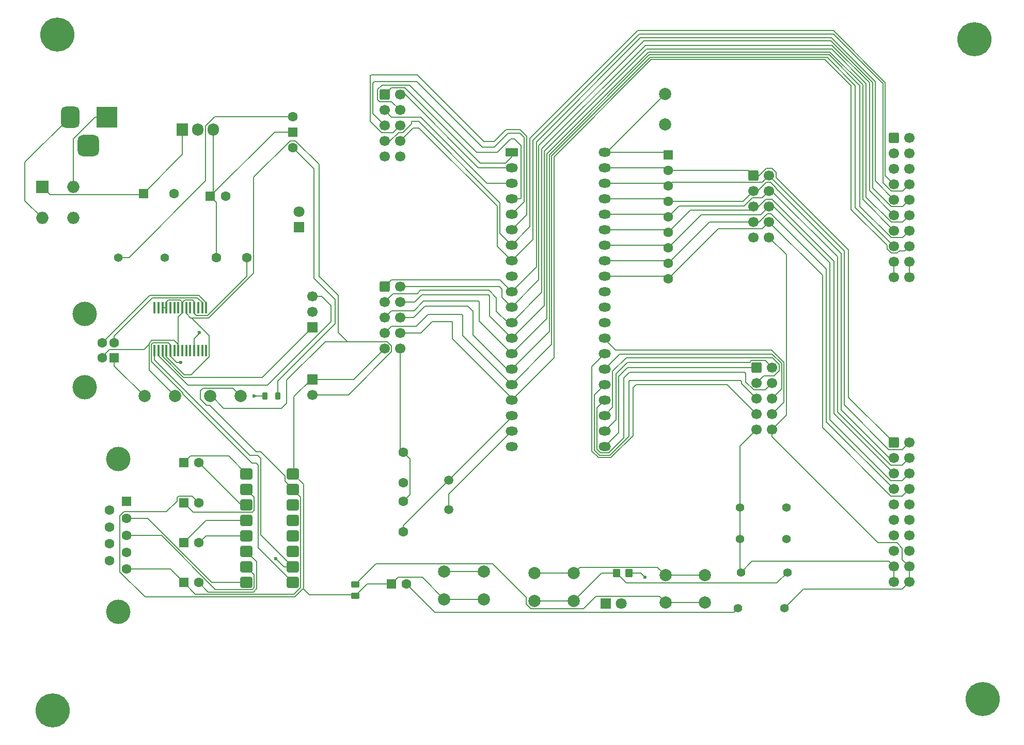
<source format=gbr>
%TF.GenerationSoftware,KiCad,Pcbnew,9.0.7*%
%TF.CreationDate,2026-01-07T21:02:37+05:30*%
%TF.ProjectId,PCB Design,50434220-4465-4736-9967-6e2e6b696361,rev?*%
%TF.SameCoordinates,Original*%
%TF.FileFunction,Copper,L1,Top*%
%TF.FilePolarity,Positive*%
%FSLAX46Y46*%
G04 Gerber Fmt 4.6, Leading zero omitted, Abs format (unit mm)*
G04 Created by KiCad (PCBNEW 9.0.7) date 2026-01-07 21:02:37*
%MOMM*%
%LPD*%
G01*
G04 APERTURE LIST*
G04 Aperture macros list*
%AMRoundRect*
0 Rectangle with rounded corners*
0 $1 Rounding radius*
0 $2 $3 $4 $5 $6 $7 $8 $9 X,Y pos of 4 corners*
0 Add a 4 corners polygon primitive as box body*
4,1,4,$2,$3,$4,$5,$6,$7,$8,$9,$2,$3,0*
0 Add four circle primitives for the rounded corners*
1,1,$1+$1,$2,$3*
1,1,$1+$1,$4,$5*
1,1,$1+$1,$6,$7*
1,1,$1+$1,$8,$9*
0 Add four rect primitives between the rounded corners*
20,1,$1+$1,$2,$3,$4,$5,0*
20,1,$1+$1,$4,$5,$6,$7,0*
20,1,$1+$1,$6,$7,$8,$9,0*
20,1,$1+$1,$8,$9,$2,$3,0*%
G04 Aperture macros list end*
%TA.AperFunction,ComponentPad*%
%ADD10R,1.905000X2.000000*%
%TD*%
%TA.AperFunction,ComponentPad*%
%ADD11O,1.905000X2.000000*%
%TD*%
%TA.AperFunction,ComponentPad*%
%ADD12RoundRect,0.250000X-0.550000X-0.550000X0.550000X-0.550000X0.550000X0.550000X-0.550000X0.550000X0*%
%TD*%
%TA.AperFunction,ComponentPad*%
%ADD13C,1.600000*%
%TD*%
%TA.AperFunction,ComponentPad*%
%ADD14RoundRect,0.250000X-0.600000X-0.600000X0.600000X-0.600000X0.600000X0.600000X-0.600000X0.600000X0*%
%TD*%
%TA.AperFunction,ComponentPad*%
%ADD15C,1.700000*%
%TD*%
%TA.AperFunction,ComponentPad*%
%ADD16R,1.700000X1.700000*%
%TD*%
%TA.AperFunction,ComponentPad*%
%ADD17C,2.000000*%
%TD*%
%TA.AperFunction,ComponentPad*%
%ADD18O,2.000000X1.440000*%
%TD*%
%TA.AperFunction,ComponentPad*%
%ADD19R,2.000000X1.440000*%
%TD*%
%TA.AperFunction,ComponentPad*%
%ADD20R,1.500000X1.500000*%
%TD*%
%TA.AperFunction,ComponentPad*%
%ADD21R,1.600000X1.600000*%
%TD*%
%TA.AperFunction,ComponentPad*%
%ADD22C,4.000000*%
%TD*%
%TA.AperFunction,ComponentPad*%
%ADD23RoundRect,0.875000X-0.875000X-0.875000X0.875000X-0.875000X0.875000X0.875000X-0.875000X0.875000X0*%
%TD*%
%TA.AperFunction,ComponentPad*%
%ADD24RoundRect,0.750000X-0.750000X-1.000000X0.750000X-1.000000X0.750000X1.000000X-0.750000X1.000000X0*%
%TD*%
%TA.AperFunction,ComponentPad*%
%ADD25R,3.500000X3.500000*%
%TD*%
%TA.AperFunction,ComponentPad*%
%ADD26C,1.400000*%
%TD*%
%TA.AperFunction,ComponentPad*%
%ADD27C,3.600000*%
%TD*%
%TA.AperFunction,ConnectorPad*%
%ADD28C,5.600000*%
%TD*%
%TA.AperFunction,SMDPad,CuDef*%
%ADD29RoundRect,0.218750X-0.218750X-0.381250X0.218750X-0.381250X0.218750X0.381250X-0.218750X0.381250X0*%
%TD*%
%TA.AperFunction,SMDPad,CuDef*%
%ADD30RoundRect,0.250000X0.450000X-0.262500X0.450000X0.262500X-0.450000X0.262500X-0.450000X-0.262500X0*%
%TD*%
%TA.AperFunction,SMDPad,CuDef*%
%ADD31RoundRect,0.249999X-0.750001X-0.640001X0.750001X-0.640001X0.750001X0.640001X-0.750001X0.640001X0*%
%TD*%
%TA.AperFunction,SMDPad,CuDef*%
%ADD32RoundRect,0.250000X-0.350000X-0.450000X0.350000X-0.450000X0.350000X0.450000X-0.350000X0.450000X0*%
%TD*%
%TA.AperFunction,ComponentPad*%
%ADD33R,1.800000X1.800000*%
%TD*%
%TA.AperFunction,ComponentPad*%
%ADD34C,1.800000*%
%TD*%
%TA.AperFunction,ComponentPad*%
%ADD35R,2.000000X2.000000*%
%TD*%
%TA.AperFunction,ComponentPad*%
%ADD36O,2.000000X2.000000*%
%TD*%
%TA.AperFunction,ComponentPad*%
%ADD37C,1.500000*%
%TD*%
%TA.AperFunction,SMDPad,CuDef*%
%ADD38RoundRect,0.100000X0.100000X-0.850000X0.100000X0.850000X-0.100000X0.850000X-0.100000X-0.850000X0*%
%TD*%
%TA.AperFunction,ViaPad*%
%ADD39C,0.600000*%
%TD*%
%TA.AperFunction,Conductor*%
%ADD40C,0.200000*%
%TD*%
G04 APERTURE END LIST*
D10*
%TO.P,U2,1,IN*%
%TO.N,Net-(D2-+)*%
X38770000Y-34000000D03*
D11*
%TO.P,U2,2,GND*%
%TO.N,GND*%
X41310000Y-34000000D03*
%TO.P,U2,3,OUT*%
%TO.N,Net-(SW2-A)*%
X43850000Y-34000000D03*
%TD*%
D12*
%TO.P,C4,1*%
%TO.N,Net-(D2-+)*%
X32350000Y-44500000D03*
D13*
%TO.P,C4,2*%
%TO.N,GND*%
X37350000Y-44500000D03*
%TD*%
D14*
%TO.P,J8,1,Pin_1*%
%TO.N,/P0_0*%
X155400000Y-85370000D03*
D15*
%TO.P,J8,2,Pin_2*%
%TO.N,/P0_1*%
X157940000Y-85370000D03*
%TO.P,J8,3,Pin_3*%
%TO.N,/P0_2*%
X155400000Y-87910000D03*
%TO.P,J8,4,Pin_4*%
%TO.N,/P0_3*%
X157940000Y-87910000D03*
%TO.P,J8,5,Pin_5*%
%TO.N,/P0_4*%
X155400000Y-90450000D03*
%TO.P,J8,6,Pin_6*%
%TO.N,/P0_5*%
X157940000Y-90450000D03*
%TO.P,J8,7,Pin_7*%
%TO.N,/P0_6*%
X155400000Y-92990000D03*
%TO.P,J8,8,Pin_8*%
%TO.N,/P0_7*%
X157940000Y-92990000D03*
%TO.P,J8,9,Pin_9*%
%TO.N,/P2_0*%
X155400000Y-95530000D03*
%TO.P,J8,10,Pin_10*%
%TO.N,/P2_1*%
X157940000Y-95530000D03*
%TO.P,J8,11,Pin_11*%
%TO.N,/P2_2*%
X155400000Y-98070000D03*
%TO.P,J8,12,Pin_12*%
%TO.N,/P2_3*%
X157940000Y-98070000D03*
%TO.P,J8,13,Pin_13*%
%TO.N,/P2_4*%
X155400000Y-100610000D03*
%TO.P,J8,14,Pin_14*%
%TO.N,/P2_5*%
X157940000Y-100610000D03*
%TO.P,J8,15,Pin_15*%
%TO.N,/P2_6*%
X155400000Y-103150000D03*
%TO.P,J8,16,Pin_16*%
%TO.N,/P2_7*%
X157940000Y-103150000D03*
%TO.P,J8,17,Pin_17*%
%TO.N,VCC*%
X155400000Y-105690000D03*
%TO.P,J8,18,Pin_18*%
%TO.N,GND*%
X157940000Y-105690000D03*
%TO.P,J8,19,Pin_19*%
%TO.N,VCC*%
X155400000Y-108230000D03*
%TO.P,J8,20,Pin_20*%
%TO.N,GND*%
X157940000Y-108230000D03*
%TD*%
D14*
%TO.P,J6,1,Pin_1*%
%TO.N,/P1_0*%
X155440000Y-35370000D03*
D15*
%TO.P,J6,2,Pin_2*%
%TO.N,/P1_1*%
X157980000Y-35370000D03*
%TO.P,J6,3,Pin_3*%
%TO.N,/P1_2*%
X155440000Y-37910000D03*
%TO.P,J6,4,Pin_4*%
%TO.N,/P1_3*%
X157980000Y-37910000D03*
%TO.P,J6,5,Pin_5*%
%TO.N,/P1_4*%
X155440000Y-40450000D03*
%TO.P,J6,6,Pin_6*%
%TO.N,/P1_5*%
X157980000Y-40450000D03*
%TO.P,J6,7,Pin_7*%
%TO.N,/P1_6*%
X155440000Y-42990000D03*
%TO.P,J6,8,Pin_8*%
%TO.N,/P1_7*%
X157980000Y-42990000D03*
%TO.P,J6,9,Pin_9*%
%TO.N,/P3_0*%
X155440000Y-45530000D03*
%TO.P,J6,10,Pin_10*%
%TO.N,/P3_1*%
X157980000Y-45530000D03*
%TO.P,J6,11,Pin_11*%
%TO.N,/P3_2*%
X155440000Y-48070000D03*
%TO.P,J6,12,Pin_12*%
%TO.N,/P3_3*%
X157980000Y-48070000D03*
%TO.P,J6,13,Pin_13*%
%TO.N,/P3_4*%
X155440000Y-50610000D03*
%TO.P,J6,14,Pin_14*%
%TO.N,/P3_5*%
X157980000Y-50610000D03*
%TO.P,J6,15,Pin_15*%
%TO.N,/P3_6*%
X155440000Y-53150000D03*
%TO.P,J6,16,Pin_16*%
%TO.N,/P3_7*%
X157980000Y-53150000D03*
%TO.P,J6,17,Pin_17*%
%TO.N,VCC*%
X155440000Y-55690000D03*
%TO.P,J6,18,Pin_18*%
%TO.N,GND*%
X157980000Y-55690000D03*
%TO.P,J6,19,Pin_19*%
%TO.N,VCC*%
X155440000Y-58230000D03*
%TO.P,J6,20,Pin_20*%
%TO.N,GND*%
X157980000Y-58230000D03*
%TD*%
%TO.P,J5,10,Pin_10*%
%TO.N,GND*%
X74440000Y-69950000D03*
%TO.P,J5,9,Pin_9*%
%TO.N,VCC*%
X71900000Y-69950000D03*
%TO.P,J5,8,Pin_8*%
%TO.N,/P3_7*%
X74440000Y-67410000D03*
%TO.P,J5,7,Pin_7*%
%TO.N,/P3_6*%
X71900000Y-67410000D03*
%TO.P,J5,6,Pin_6*%
%TO.N,/P3_5*%
X74440000Y-64870000D03*
%TO.P,J5,5,Pin_5*%
%TO.N,/P3_4*%
X71900000Y-64870000D03*
%TO.P,J5,4,Pin_4*%
%TO.N,/P3_3*%
X74440000Y-62330000D03*
%TO.P,J5,3,Pin_3*%
%TO.N,/P3_2*%
X71900000Y-62330000D03*
%TO.P,J5,2,Pin_2*%
%TO.N,/P3_1*%
X74440000Y-59790000D03*
D14*
%TO.P,J5,1,Pin_1*%
%TO.N,/P3_0*%
X71900000Y-59790000D03*
%TD*%
D15*
%TO.P,J10,3,Pin_3*%
%TO.N,Net-(J10-Pin_3)*%
X60050000Y-61350000D03*
%TO.P,J10,2,Pin_2*%
%TO.N,Net-(J10-Pin_2)*%
X60050000Y-63890000D03*
D16*
%TO.P,J10,1,Pin_1*%
%TO.N,Net-(J10-Pin_1)*%
X60050000Y-66430000D03*
%TD*%
D15*
%TO.P,J11,2,Pin_2*%
%TO.N,Net-(J11-Pin_2)*%
X60100000Y-77515000D03*
D16*
%TO.P,J11,1,Pin_1*%
%TO.N,VCC*%
X60100000Y-74975000D03*
%TD*%
D17*
%TO.P,C12,2*%
%TO.N,GND*%
X37550000Y-77750000D03*
%TO.P,C12,1*%
%TO.N,Net-(J9-VBUS)*%
X32550000Y-77750000D03*
%TD*%
D18*
%TO.P,U1,40,VCC*%
%TO.N,VCC*%
X107990000Y-37750000D03*
%TO.P,U1,39,P0.0/AD0*%
%TO.N,/P0_0*%
X107990000Y-40290000D03*
%TO.P,U1,38,P0.1/AD1*%
%TO.N,/P0_1*%
X107990000Y-42830000D03*
%TO.P,U1,37,P0.2/AD2*%
%TO.N,/P0_2*%
X107990000Y-45370000D03*
%TO.P,U1,36,P0.3/AD3*%
%TO.N,/P0_3*%
X107990000Y-47910000D03*
%TO.P,U1,35,P0.4/AD4*%
%TO.N,/P0_4*%
X107990000Y-50450000D03*
%TO.P,U1,34,P0.5/AD5*%
%TO.N,/P0_5*%
X107990000Y-52990000D03*
%TO.P,U1,33,P0.6/AD6*%
%TO.N,/P0_6*%
X107990000Y-55530000D03*
%TO.P,U1,32,P0.7/AD7*%
%TO.N,/P0_7*%
X107990000Y-58070000D03*
%TO.P,U1,31,~{EA}*%
%TO.N,/EA*%
X107990000Y-60610000D03*
%TO.P,U1,30,ALE*%
%TO.N,unconnected-(U1-ALE-Pad30)*%
X107990000Y-63150000D03*
%TO.P,U1,29,~{PSEN}*%
%TO.N,/PSEN*%
X107990000Y-65690000D03*
%TO.P,U1,28,P2.7/A15*%
%TO.N,/P2_7*%
X107990000Y-68230000D03*
%TO.P,U1,27,P2.6/A14*%
%TO.N,/P2_6*%
X107990000Y-70770000D03*
%TO.P,U1,26,P2.5/A13*%
%TO.N,/P2_5*%
X107990000Y-73310000D03*
%TO.P,U1,25,P2.4/A12*%
%TO.N,/P2_4*%
X107990000Y-75850000D03*
%TO.P,U1,24,P2.3/A11*%
%TO.N,/P2_3*%
X107990000Y-78390000D03*
%TO.P,U1,23,P2.2/A10*%
%TO.N,/P2_2*%
X107990000Y-80930000D03*
%TO.P,U1,22,P2.1/A9*%
%TO.N,/P2_1*%
X107990000Y-83470000D03*
%TO.P,U1,21,P2.0/A8*%
%TO.N,/P2_0*%
X107990000Y-86010000D03*
%TO.P,U1,20,VSS*%
%TO.N,GND*%
X92750000Y-86010000D03*
%TO.P,U1,19,XTAL1*%
%TO.N,Net-(U1-XTAL1)*%
X92750000Y-83470000D03*
%TO.P,U1,18,XTAL2*%
%TO.N,Net-(U1-XTAL2)*%
X92750000Y-80930000D03*
%TO.P,U1,17,P3.7/~{RD}*%
%TO.N,/P3_7*%
X92750000Y-78390000D03*
%TO.P,U1,16,P3.6/~{WR}*%
%TO.N,/P3_6*%
X92750000Y-75850000D03*
%TO.P,U1,15,P3.5/T1*%
%TO.N,/P3_5*%
X92750000Y-73310000D03*
%TO.P,U1,14,P3.4/T0*%
%TO.N,/P3_4*%
X92750000Y-70770000D03*
%TO.P,U1,13,P3.3/~{INT1}*%
%TO.N,/P3_3*%
X92750000Y-68230000D03*
%TO.P,U1,12,P3.2/~{INT0}*%
%TO.N,/P3_2*%
X92750000Y-65690000D03*
%TO.P,U1,11,P3.1/TXD*%
%TO.N,/P3_1*%
X92750000Y-63150000D03*
%TO.P,U1,10,P3.0/RXD*%
%TO.N,/P3_0*%
X92750000Y-60610000D03*
%TO.P,U1,9,RST*%
%TO.N,/RST*%
X92750000Y-58070000D03*
%TO.P,U1,8,P1.7*%
%TO.N,/P1_7*%
X92750000Y-55530000D03*
%TO.P,U1,7,P1.6*%
%TO.N,/P1_6*%
X92750000Y-52990000D03*
%TO.P,U1,6,P1.5*%
%TO.N,/P1_5*%
X92750000Y-50450000D03*
%TO.P,U1,5,P1.4*%
%TO.N,/P1_4*%
X92750000Y-47910000D03*
%TO.P,U1,4,P1.3*%
%TO.N,/P1_3*%
X92750000Y-45370000D03*
%TO.P,U1,3,P1.2*%
%TO.N,/P1_2*%
X92750000Y-42830000D03*
%TO.P,U1,2,P1.1*%
%TO.N,/P1_1*%
X92750000Y-40290000D03*
D19*
%TO.P,U1,1,P1.0*%
%TO.N,/P1_0*%
X92750000Y-37750000D03*
%TD*%
D20*
%TO.P,SW2,1,A*%
%TO.N,Net-(SW2-A)*%
X56850000Y-34460000D03*
D13*
%TO.P,SW2,2,B*%
%TO.N,Net-(SW2-B)*%
X56850000Y-31920000D03*
%TO.P,SW2,3,C*%
%TO.N,/USB*%
X56850000Y-37000000D03*
%TD*%
D21*
%TO.P,J9,1,VBUS*%
%TO.N,Net-(J9-VBUS)*%
X27587500Y-71500000D03*
D13*
%TO.P,J9,2,D-*%
%TO.N,Net-(J9-D-)*%
X27587500Y-69000000D03*
%TO.P,J9,3,D+*%
%TO.N,Net-(J9-D+)*%
X25587500Y-69000000D03*
%TO.P,J9,4,GND*%
%TO.N,GND*%
X25587500Y-71500000D03*
D22*
%TO.P,J9,5,Shield*%
%TO.N,unconnected-(J9-Shield-Pad5)*%
X22727500Y-76250000D03*
X22727500Y-64250000D03*
%TD*%
D23*
%TO.P,J1,3*%
%TO.N,N/C*%
X23350000Y-36700000D03*
D24*
%TO.P,J1,2*%
%TO.N,Net-(D2-Pad2)*%
X20350000Y-32000000D03*
D25*
%TO.P,J1,1*%
%TO.N,Net-(D2-Pad4)*%
X26350000Y-32000000D03*
%TD*%
D13*
%TO.P,J7,9,9*%
%TO.N,unconnected-(J7-Pad9)*%
X26779000Y-104734000D03*
%TO.P,J7,8,8*%
%TO.N,unconnected-(J7-Pad8)*%
X26779000Y-101964000D03*
%TO.P,J7,7,7*%
%TO.N,unconnected-(J7-Pad7)*%
X26779000Y-99194000D03*
%TO.P,J7,6,6*%
%TO.N,unconnected-(J7-Pad6)*%
X26779000Y-96424000D03*
%TO.P,J7,5,5*%
%TO.N,GND*%
X29619000Y-106119000D03*
%TO.P,J7,4,4*%
%TO.N,unconnected-(J7-Pad4)*%
X29619000Y-103349000D03*
%TO.P,J7,3,3*%
%TO.N,Net-(U3-T2OUT)*%
X29619000Y-100579000D03*
%TO.P,J7,2,2*%
%TO.N,Net-(U3-R2IN)*%
X29619000Y-97809000D03*
D21*
%TO.P,J7,1,1*%
%TO.N,unconnected-(J7-Pad1)*%
X29619000Y-95039000D03*
D22*
%TO.P,J7,0*%
%TO.N,N/C*%
X28199000Y-113079000D03*
X28199000Y-88079000D03*
%TD*%
D26*
%TO.P,R2,2*%
%TO.N,GND*%
X137450000Y-112500000D03*
%TO.P,R2,1*%
%TO.N,Net-(C1-Pad2)*%
X129830000Y-112500000D03*
%TD*%
%TO.P,R3,2*%
%TO.N,Net-(D3-A)*%
X35850000Y-55000000D03*
%TO.P,R3,1*%
%TO.N,Net-(SW2-B)*%
X28230000Y-55000000D03*
%TD*%
%TO.P,R4,2*%
%TO.N,/EA*%
X137760000Y-96000000D03*
%TO.P,R4,1*%
%TO.N,VCC*%
X130140000Y-96000000D03*
%TD*%
%TO.P,R5,2*%
%TO.N,/PSEN*%
X137760000Y-101150000D03*
%TO.P,R5,1*%
%TO.N,VCC*%
X130140000Y-101150000D03*
%TD*%
D12*
%TO.P,C8,1*%
%TO.N,Net-(U3-C1+)*%
X38964000Y-88679000D03*
D13*
%TO.P,C8,2*%
%TO.N,Net-(U3-C1-)*%
X41464000Y-88679000D03*
%TD*%
D21*
%TO.P,RN1,1,common*%
%TO.N,VCC*%
X118440000Y-38160000D03*
D13*
%TO.P,RN1,2,R1*%
%TO.N,/P0_0*%
X118440000Y-40700000D03*
%TO.P,RN1,3,R2*%
%TO.N,/P0_1*%
X118440000Y-43240000D03*
%TO.P,RN1,4,R3*%
%TO.N,/P0_2*%
X118440000Y-45780000D03*
%TO.P,RN1,5,R4*%
%TO.N,/P0_3*%
X118440000Y-48320000D03*
%TO.P,RN1,6,R5*%
%TO.N,/P0_4*%
X118440000Y-50860000D03*
%TO.P,RN1,7,R6*%
%TO.N,/P0_5*%
X118440000Y-53400000D03*
%TO.P,RN1,8,R7*%
%TO.N,/P0_6*%
X118440000Y-55940000D03*
%TO.P,RN1,9,R8*%
%TO.N,/P0_7*%
X118440000Y-58480000D03*
%TD*%
D12*
%TO.P,C9,1*%
%TO.N,Net-(U3-VS+)*%
X38964000Y-95229000D03*
D13*
%TO.P,C9,2*%
%TO.N,VCC*%
X41464000Y-95229000D03*
%TD*%
D27*
%TO.P,REF\u002A\u002A,1*%
%TO.N,N/C*%
X17450000Y-129250000D03*
D28*
X17450000Y-129250000D03*
%TD*%
D12*
%TO.P,C11,1*%
%TO.N,GND*%
X38964000Y-108329000D03*
D13*
%TO.P,C11,2*%
%TO.N,Net-(U3-VS-)*%
X41464000Y-108329000D03*
%TD*%
D27*
%TO.P,REF\u002A\u002A,1*%
%TO.N,N/C*%
X18250000Y-18450000D03*
D28*
X18250000Y-18450000D03*
%TD*%
D13*
%TO.P,C3,1*%
%TO.N,Net-(U1-XTAL2)*%
X74940000Y-99990000D03*
%TO.P,C3,2*%
%TO.N,GND*%
X74940000Y-94990000D03*
%TD*%
D27*
%TO.P,REF\u002A\u002A,1*%
%TO.N,N/C*%
X168600000Y-19200000D03*
D28*
X168600000Y-19200000D03*
%TD*%
D17*
%TO.P,SW4,1,1*%
%TO.N,Net-(SW3-Pad1)*%
X117950000Y-107100000D03*
X124450000Y-107100000D03*
%TO.P,SW4,2,2*%
%TO.N,/P3_3*%
X117950000Y-111600000D03*
X124450000Y-111600000D03*
%TD*%
D29*
%TO.P,L1,1,1*%
%TO.N,Net-(J9-VBUS)*%
X52275000Y-77750000D03*
%TO.P,L1,2,2*%
%TO.N,/USB*%
X54400000Y-77750000D03*
%TD*%
D12*
%TO.P,C10,1*%
%TO.N,Net-(U3-C2+)*%
X38964000Y-101779000D03*
D13*
%TO.P,C10,2*%
%TO.N,Net-(U3-C2-)*%
X41464000Y-101779000D03*
%TD*%
D12*
%TO.P,C6,1*%
%TO.N,Net-(SW2-A)*%
X43350000Y-45000000D03*
D13*
%TO.P,C6,2*%
%TO.N,GND*%
X45850000Y-45000000D03*
%TD*%
D12*
%TO.P,C1,1*%
%TO.N,VCC*%
X72994888Y-108550000D03*
D13*
%TO.P,C1,2*%
%TO.N,Net-(C1-Pad2)*%
X75494888Y-108550000D03*
%TD*%
%TO.P,C7,1*%
%TO.N,Net-(SW2-A)*%
X44350000Y-55000000D03*
%TO.P,C7,2*%
%TO.N,GND*%
X49350000Y-55000000D03*
%TD*%
D17*
%TO.P,C5,1*%
%TO.N,VCC*%
X117900000Y-28200000D03*
%TO.P,C5,2*%
%TO.N,GND*%
X117900000Y-33200000D03*
%TD*%
%TO.P,C13,1*%
%TO.N,Net-(J11-Pin_2)*%
X43300000Y-77750000D03*
%TO.P,C13,2*%
%TO.N,GND*%
X48300000Y-77750000D03*
%TD*%
D13*
%TO.P,C2,1*%
%TO.N,Net-(U1-XTAL1)*%
X74940000Y-91990000D03*
%TO.P,C2,2*%
%TO.N,GND*%
X74940000Y-86990000D03*
%TD*%
D17*
%TO.P,SW3,1,1*%
%TO.N,Net-(SW3-Pad1)*%
X96450000Y-106800000D03*
X102950000Y-106800000D03*
%TO.P,SW3,2,2*%
%TO.N,/P3_2*%
X96450000Y-111300000D03*
X102950000Y-111300000D03*
%TD*%
D30*
%TO.P,R7,1*%
%TO.N,VCC*%
X67112500Y-110462500D03*
%TO.P,R7,2*%
%TO.N,/P3_3*%
X67112500Y-108637500D03*
%TD*%
D17*
%TO.P,SW1,1,1*%
%TO.N,/RST*%
X81700000Y-106550000D03*
X88200000Y-106550000D03*
%TO.P,SW1,2,2*%
%TO.N,VCC*%
X81700000Y-111050000D03*
X88200000Y-111050000D03*
%TD*%
D27*
%TO.P,REF\u002A\u002A,1*%
%TO.N,N/C*%
X169950000Y-127450000D03*
D28*
X169950000Y-127450000D03*
%TD*%
D31*
%TO.P,U3,1,C1+*%
%TO.N,Net-(U3-C1+)*%
X49239000Y-90489000D03*
%TO.P,U3,2,VS+*%
%TO.N,Net-(U3-VS+)*%
X49239000Y-93029000D03*
%TO.P,U3,3,C1-*%
%TO.N,Net-(U3-C1-)*%
X49239000Y-95569000D03*
%TO.P,U3,4,C2+*%
%TO.N,Net-(U3-C2+)*%
X49239000Y-98109000D03*
%TO.P,U3,5,C2-*%
%TO.N,Net-(U3-C2-)*%
X49239000Y-100649000D03*
%TO.P,U3,6,VS-*%
%TO.N,Net-(U3-VS-)*%
X49239000Y-103189000D03*
%TO.P,U3,7,T2OUT*%
%TO.N,Net-(U3-T2OUT)*%
X49239000Y-105729000D03*
%TO.P,U3,8,R2IN*%
%TO.N,Net-(U3-R2IN)*%
X49239000Y-108269000D03*
%TO.P,U3,9,R2OUT*%
%TO.N,/P3_0*%
X56859000Y-108269000D03*
%TO.P,U3,10,T2IN*%
%TO.N,/P3_1*%
X56859000Y-105729000D03*
%TO.P,U3,11,T1IN*%
%TO.N,unconnected-(U3-T1IN-Pad11)*%
X56859000Y-103189000D03*
%TO.P,U3,12,R1OUT*%
%TO.N,unconnected-(U3-R1OUT-Pad12)*%
X56859000Y-100649000D03*
%TO.P,U3,13,R1IN*%
%TO.N,unconnected-(U3-R1IN-Pad13)*%
X56859000Y-98109000D03*
%TO.P,U3,14,T1OUT*%
%TO.N,unconnected-(U3-T1OUT-Pad14)*%
X56859000Y-95569000D03*
%TO.P,U3,15,GND*%
%TO.N,GND*%
X56859000Y-93029000D03*
%TO.P,U3,16,VCC*%
%TO.N,VCC*%
X56859000Y-90489000D03*
%TD*%
D26*
%TO.P,R6,1*%
%TO.N,VCC*%
X130330000Y-106650000D03*
%TO.P,R6,2*%
%TO.N,/P3_2*%
X137950000Y-106650000D03*
%TD*%
D32*
%TO.P,R1,1*%
%TO.N,/P3_2*%
X109950000Y-106800000D03*
%TO.P,R1,2*%
%TO.N,Net-(D1-A)*%
X111950000Y-106800000D03*
%TD*%
D33*
%TO.P,D3,1,K*%
%TO.N,GND*%
X57850000Y-50000000D03*
D34*
%TO.P,D3,2,A*%
%TO.N,Net-(D3-A)*%
X57850000Y-47460000D03*
%TD*%
D33*
%TO.P,D1,1,K*%
%TO.N,GND*%
X108185000Y-111800000D03*
D34*
%TO.P,D1,2,A*%
%TO.N,Net-(D1-A)*%
X110725000Y-111800000D03*
%TD*%
D35*
%TO.P,D2,1,+*%
%TO.N,Net-(D2-+)*%
X15770000Y-43420000D03*
D36*
%TO.P,D2,2*%
%TO.N,Net-(D2-Pad2)*%
X15770000Y-48500000D03*
%TO.P,D2,3,-*%
%TO.N,GND*%
X20850000Y-48500000D03*
%TO.P,D2,4*%
%TO.N,Net-(D2-Pad4)*%
X20850000Y-43420000D03*
%TD*%
D14*
%TO.P,J2,1,Pin_1*%
%TO.N,/P0_0*%
X132410000Y-41540000D03*
D15*
%TO.P,J2,2,Pin_2*%
%TO.N,/P0_1*%
X134950000Y-41540000D03*
%TO.P,J2,3,Pin_3*%
%TO.N,/P0_2*%
X132410000Y-44080000D03*
%TO.P,J2,4,Pin_4*%
%TO.N,/P0_3*%
X134950000Y-44080000D03*
%TO.P,J2,5,Pin_5*%
%TO.N,/P0_4*%
X132410000Y-46620000D03*
%TO.P,J2,6,Pin_6*%
%TO.N,/P0_5*%
X134950000Y-46620000D03*
%TO.P,J2,7,Pin_7*%
%TO.N,/P0_6*%
X132410000Y-49160000D03*
%TO.P,J2,8,Pin_8*%
%TO.N,/P0_7*%
X134950000Y-49160000D03*
%TO.P,J2,9,Pin_9*%
%TO.N,VCC*%
X132410000Y-51700000D03*
%TO.P,J2,10,Pin_10*%
%TO.N,GND*%
X134950000Y-51700000D03*
%TD*%
D14*
%TO.P,J4,1,Pin_1*%
%TO.N,/P2_0*%
X132910000Y-73040000D03*
D15*
%TO.P,J4,2,Pin_2*%
%TO.N,/P2_1*%
X135450000Y-73040000D03*
%TO.P,J4,3,Pin_3*%
%TO.N,/P2_2*%
X132910000Y-75580000D03*
%TO.P,J4,4,Pin_4*%
%TO.N,/P2_3*%
X135450000Y-75580000D03*
%TO.P,J4,5,Pin_5*%
%TO.N,/P2_4*%
X132910000Y-78120000D03*
%TO.P,J4,6,Pin_6*%
%TO.N,/P2_5*%
X135450000Y-78120000D03*
%TO.P,J4,7,Pin_7*%
%TO.N,/P2_6*%
X132910000Y-80660000D03*
%TO.P,J4,8,Pin_8*%
%TO.N,/P2_7*%
X135450000Y-80660000D03*
%TO.P,J4,9,Pin_9*%
%TO.N,VCC*%
X132910000Y-83200000D03*
%TO.P,J4,10,Pin_10*%
%TO.N,GND*%
X135450000Y-83200000D03*
%TD*%
D14*
%TO.P,J3,1,Pin_1*%
%TO.N,/P1_0*%
X71900000Y-28290000D03*
D15*
%TO.P,J3,2,Pin_2*%
%TO.N,/P1_1*%
X74440000Y-28290000D03*
%TO.P,J3,3,Pin_3*%
%TO.N,/P1_2*%
X71900000Y-30830000D03*
%TO.P,J3,4,Pin_4*%
%TO.N,/P1_3*%
X74440000Y-30830000D03*
%TO.P,J3,5,Pin_5*%
%TO.N,/P1_4*%
X71900000Y-33370000D03*
%TO.P,J3,6,Pin_6*%
%TO.N,/P1_5*%
X74440000Y-33370000D03*
%TO.P,J3,7,Pin_7*%
%TO.N,/P1_6*%
X71900000Y-35910000D03*
%TO.P,J3,8,Pin_8*%
%TO.N,/P1_7*%
X74440000Y-35910000D03*
%TO.P,J3,9,Pin_9*%
%TO.N,VCC*%
X71900000Y-38450000D03*
%TO.P,J3,10,Pin_10*%
%TO.N,GND*%
X74440000Y-38450000D03*
%TD*%
D37*
%TO.P,Y1,1,1*%
%TO.N,Net-(U1-XTAL1)*%
X82440000Y-96370000D03*
%TO.P,Y1,2,2*%
%TO.N,Net-(U1-XTAL2)*%
X82440000Y-91490000D03*
%TD*%
D38*
%TO.P,U4,28,OSCO*%
%TO.N,unconnected-(U4-OSCO-Pad28)*%
X34200000Y-63250000D03*
%TO.P,U4,27,OSCI*%
%TO.N,unconnected-(U4-OSCI-Pad27)*%
X34850000Y-63250000D03*
%TO.P,U4,26,TEST*%
%TO.N,GND*%
X35500000Y-63250000D03*
%TO.P,U4,25,AGND*%
X36150000Y-63250000D03*
%TO.P,U4,24*%
%TO.N,N/C*%
X36800000Y-63250000D03*
%TO.P,U4,23,CBUS0*%
%TO.N,unconnected-(U4-CBUS0-Pad23)*%
X37450000Y-63250000D03*
%TO.P,U4,22,CBUS1*%
%TO.N,unconnected-(U4-CBUS1-Pad22)*%
X38100000Y-63250000D03*
%TO.P,U4,21,GND*%
%TO.N,GND*%
X38750000Y-63250000D03*
%TO.P,U4,20,VCC*%
%TO.N,Net-(J11-Pin_2)*%
X39400000Y-63250000D03*
%TO.P,U4,19,~{RESET}*%
%TO.N,unconnected-(U4-~{RESET}-Pad19)*%
X40050000Y-63250000D03*
%TO.P,U4,18,GND*%
%TO.N,GND*%
X40700000Y-63250000D03*
%TO.P,U4,17,3V3OUT*%
%TO.N,unconnected-(U4-3V3OUT-Pad17)*%
X41350000Y-63250000D03*
%TO.P,U4,16,USBD-*%
%TO.N,Net-(J9-D-)*%
X42000000Y-63250000D03*
%TO.P,U4,15,USBD+*%
%TO.N,Net-(J9-D+)*%
X42650000Y-63250000D03*
%TO.P,U4,14,CBUS3*%
%TO.N,unconnected-(U4-CBUS3-Pad14)*%
X42650000Y-70250000D03*
%TO.P,U4,13,CBUS2*%
%TO.N,unconnected-(U4-CBUS2-Pad13)*%
X42000000Y-70250000D03*
%TO.P,U4,12,CBUS4*%
%TO.N,unconnected-(U4-CBUS4-Pad12)*%
X41350000Y-70250000D03*
%TO.P,U4,11,CTS*%
%TO.N,Net-(J10-Pin_2)*%
X40700000Y-70250000D03*
%TO.P,U4,10,DCD*%
%TO.N,unconnected-(U4-DCD-Pad10)*%
X40050000Y-70250000D03*
%TO.P,U4,9,DCR*%
%TO.N,unconnected-(U4-DCR-Pad9)*%
X39400000Y-70250000D03*
%TO.P,U4,8*%
%TO.N,N/C*%
X38750000Y-70250000D03*
%TO.P,U4,7,GND*%
%TO.N,GND*%
X38100000Y-70250000D03*
%TO.P,U4,6,RI*%
%TO.N,unconnected-(U4-RI-Pad6)*%
X37450000Y-70250000D03*
%TO.P,U4,5,RXD*%
%TO.N,/P3_0*%
X36800000Y-70250000D03*
%TO.P,U4,4,VCCIO*%
%TO.N,Net-(J11-Pin_2)*%
X36150000Y-70250000D03*
%TO.P,U4,3,RTS*%
%TO.N,Net-(J10-Pin_1)*%
X35500000Y-70250000D03*
%TO.P,U4,2,DTR*%
%TO.N,Net-(J10-Pin_3)*%
X34850000Y-70250000D03*
%TO.P,U4,1,TXD*%
%TO.N,/P3_1*%
X34200000Y-70250000D03*
%TD*%
D39*
%TO.N,Net-(D1-A)*%
X114600000Y-107450000D03*
%TO.N,Net-(J9-VBUS)*%
X50500000Y-77750000D03*
%TO.N,/P3_1*%
X54099000Y-104379000D03*
%TO.N,/P3_0*%
X38450000Y-72250000D03*
%TO.N,Net-(J10-Pin_2)*%
X41500000Y-67350000D03*
%TD*%
D40*
%TO.N,Net-(SW2-B)*%
X42564840Y-42435160D02*
X30000000Y-55000000D01*
X42564840Y-33464943D02*
X42564840Y-42435160D01*
X30000000Y-55000000D02*
X28230000Y-55000000D01*
X44109783Y-31920000D02*
X42564840Y-33464943D01*
X56850000Y-31920000D02*
X44109783Y-31920000D01*
%TO.N,Net-(J11-Pin_2)*%
X61250000Y-58150000D02*
X64350000Y-61250000D01*
X61150000Y-58150000D02*
X61250000Y-58150000D01*
X64350000Y-61250000D02*
X64350000Y-67350000D01*
X64350000Y-67350000D02*
X65799000Y-68799000D01*
%TO.N,Net-(D1-A)*%
X114600000Y-107450000D02*
X113950000Y-106800000D01*
X113950000Y-106800000D02*
X111950000Y-106800000D01*
%TO.N,/P3_3*%
X74440000Y-62330000D02*
X76820000Y-62330000D01*
X76820000Y-62330000D02*
X78000000Y-61150000D01*
%TO.N,/P3_4*%
X76731000Y-63719000D02*
X78300000Y-62150000D01*
%TO.N,/P3_5*%
X76630000Y-64870000D02*
X78500000Y-63000000D01*
%TO.N,/P3_4*%
X71900000Y-64870000D02*
X73051000Y-63719000D01*
X73051000Y-63719000D02*
X76731000Y-63719000D01*
%TO.N,/P3_5*%
X74440000Y-64870000D02*
X76630000Y-64870000D01*
%TO.N,/P3_7*%
X83000000Y-65500000D02*
X83000000Y-68300000D01*
X77840000Y-67410000D02*
X79750000Y-65500000D01*
X79750000Y-65500000D02*
X83000000Y-65500000D01*
%TO.N,/P3_6*%
X71900000Y-67410000D02*
X73051000Y-66259000D01*
X77091000Y-66259000D02*
X79000000Y-64350000D01*
%TO.N,/P3_7*%
X74440000Y-67410000D02*
X77840000Y-67410000D01*
%TO.N,/P3_6*%
X73051000Y-66259000D02*
X77091000Y-66259000D01*
%TO.N,Net-(J11-Pin_2)*%
X72376760Y-68799000D02*
X73051000Y-69473240D01*
X73051000Y-70426760D02*
X65962760Y-77515000D01*
X65799000Y-68799000D02*
X72376760Y-68799000D01*
X73051000Y-69473240D02*
X73051000Y-70426760D01*
%TO.N,VCC*%
X71900000Y-69950000D02*
X66875000Y-74975000D01*
%TO.N,/P3_2*%
X77259000Y-60941000D02*
X77800000Y-60400000D01*
%TO.N,/P3_0*%
X71900000Y-59790000D02*
X73051000Y-58639000D01*
%TO.N,/P3_2*%
X71900000Y-62330000D02*
X73289000Y-60941000D01*
X73289000Y-60941000D02*
X77259000Y-60941000D01*
%TO.N,GND*%
X55558000Y-91728000D02*
X56859000Y-93029000D01*
X55558000Y-90820900D02*
X55558000Y-91728000D01*
X51587100Y-86850000D02*
X55558000Y-90820900D01*
X43210108Y-79250000D02*
X50810108Y-86850000D01*
X42700000Y-79250000D02*
X43210108Y-79250000D01*
X41700000Y-78250000D02*
X42700000Y-79250000D01*
X42151000Y-76449000D02*
X41700000Y-76900000D01*
X46999000Y-76449000D02*
X42151000Y-76449000D01*
X41700000Y-76900000D02*
X41700000Y-78250000D01*
X50810108Y-86850000D02*
X51587100Y-86850000D01*
X48300000Y-77750000D02*
X46999000Y-76449000D01*
%TO.N,/P3_1*%
X49830000Y-87430000D02*
X34200000Y-71800000D01*
X51080000Y-87430000D02*
X49830000Y-87430000D01*
X51600000Y-87950000D02*
X51080000Y-87430000D01*
X51600000Y-100470000D02*
X51600000Y-87950000D01*
X34200000Y-71800000D02*
X34200000Y-70250000D01*
X56859000Y-105729000D02*
X51600000Y-100470000D01*
%TO.N,/P3_0*%
X36418870Y-68999000D02*
X36800000Y-69380130D01*
X33931130Y-68999000D02*
X36418870Y-68999000D01*
X33699000Y-69231130D02*
X33931130Y-68999000D01*
X33699000Y-72059108D02*
X33699000Y-69231130D01*
X38851000Y-77401000D02*
X38851000Y-77211108D01*
X50850000Y-88700000D02*
X50150000Y-88700000D01*
X51199000Y-89049000D02*
X50850000Y-88700000D01*
X51199000Y-102609000D02*
X51199000Y-89049000D01*
X38851000Y-77211108D02*
X33699000Y-72059108D01*
X56859000Y-108269000D02*
X51199000Y-102609000D01*
X50150000Y-88700000D02*
X38851000Y-77401000D01*
X36800000Y-69380130D02*
X36800000Y-70250000D01*
%TO.N,VCC*%
X58599000Y-92229000D02*
X56859000Y-90489000D01*
X58599000Y-109272260D02*
X58599000Y-92229000D01*
X58561000Y-109310260D02*
X58599000Y-109272260D01*
X57010000Y-90338000D02*
X56859000Y-90489000D01*
X57010000Y-77840000D02*
X57010000Y-90338000D01*
X59875000Y-74975000D02*
X57010000Y-77840000D01*
X66875000Y-74975000D02*
X59875000Y-74975000D01*
X66950000Y-110300000D02*
X59550740Y-110300000D01*
X67112500Y-110462500D02*
X66950000Y-110300000D01*
X59550740Y-110300000D02*
X58561000Y-109310260D01*
%TO.N,Net-(J11-Pin_2)*%
X55026100Y-79723900D02*
X55850000Y-78900000D01*
X55850000Y-75100000D02*
X62151000Y-68799000D01*
X62151000Y-68799000D02*
X65799000Y-68799000D01*
X45523900Y-79723900D02*
X55026100Y-79723900D01*
X43550000Y-77750000D02*
X45523900Y-79723900D01*
X55850000Y-78900000D02*
X55850000Y-75100000D01*
X43300000Y-77750000D02*
X43550000Y-77750000D01*
%TO.N,/USB*%
X63800000Y-65900000D02*
X54400000Y-75300000D01*
X54400000Y-75300000D02*
X54400000Y-77750000D01*
X60300000Y-58392240D02*
X63800000Y-61892240D01*
X63800000Y-61892240D02*
X63800000Y-65900000D01*
X60300000Y-40450000D02*
X60300000Y-58392240D01*
X56850000Y-37000000D02*
X60300000Y-40450000D01*
%TO.N,Net-(J10-Pin_3)*%
X63150000Y-62870000D02*
X61630000Y-61350000D01*
X63150000Y-65550000D02*
X63150000Y-62870000D01*
X61630000Y-61350000D02*
X60050000Y-61350000D01*
X52750000Y-75950000D02*
X63150000Y-65550000D01*
X39680130Y-75950000D02*
X52750000Y-75950000D01*
X34850000Y-71119870D02*
X39680130Y-75950000D01*
X34850000Y-70250000D02*
X34850000Y-71119870D01*
%TO.N,Net-(J11-Pin_2)*%
X65962760Y-77515000D02*
X60100000Y-77515000D01*
%TO.N,Net-(J10-Pin_1)*%
X51830000Y-74650000D02*
X60050000Y-66430000D01*
X38950001Y-74650000D02*
X51830000Y-74650000D01*
X35500000Y-71199999D02*
X38950001Y-74650000D01*
X35500000Y-70250000D02*
X35500000Y-71199999D01*
%TO.N,Net-(J9-VBUS)*%
X50500000Y-77750000D02*
X52275000Y-77750000D01*
%TO.N,GND*%
X48550000Y-77750000D02*
X48300000Y-77750000D01*
%TO.N,/P1_0*%
X87633044Y-39583044D02*
X91733044Y-39583044D01*
X75189000Y-27139000D02*
X87633044Y-39583044D01*
X91733044Y-39583044D02*
X92750000Y-38566088D01*
X71900000Y-28290000D02*
X73051000Y-27139000D01*
X73051000Y-27139000D02*
X75189000Y-27139000D01*
X92750000Y-38566088D02*
X92750000Y-37750000D01*
%TO.N,/P1_2*%
X88680000Y-42830000D02*
X92750000Y-42830000D01*
X77831000Y-31981000D02*
X88680000Y-42830000D01*
X73051000Y-31981000D02*
X77831000Y-31981000D01*
X71900000Y-30830000D02*
X73051000Y-31981000D01*
%TO.N,/P1_1*%
X87290000Y-40290000D02*
X92750000Y-40290000D01*
X75290000Y-28290000D02*
X87290000Y-40290000D01*
X74440000Y-28290000D02*
X75290000Y-28290000D01*
%TO.N,Net-(J11-Pin_2)*%
X61150000Y-39742950D02*
X61150000Y-58150000D01*
X57306050Y-35899000D02*
X61150000Y-39742950D01*
X50451000Y-41841950D02*
X56393950Y-35899000D01*
X56393950Y-35899000D02*
X57306050Y-35899000D01*
X43084970Y-64902000D02*
X50451000Y-57535970D01*
X40250000Y-64902000D02*
X43084970Y-64902000D01*
X50451000Y-57535970D02*
X50451000Y-41841950D01*
%TO.N,GND*%
X32447000Y-70101000D02*
X33298000Y-69250000D01*
X26784500Y-70101000D02*
X32447000Y-70101000D01*
X33298000Y-69250000D02*
X33298000Y-69065030D01*
X25587500Y-71500000D02*
X25587500Y-71298000D01*
X25587500Y-71298000D02*
X26784500Y-70101000D01*
X38149000Y-70250000D02*
X38249000Y-70150000D01*
X38100000Y-70250000D02*
X38149000Y-70250000D01*
X38100000Y-69300001D02*
X38100000Y-70250000D01*
X33765030Y-68598000D02*
X37397999Y-68598000D01*
X33298000Y-73498000D02*
X33298000Y-69250000D01*
X33298000Y-69065030D02*
X33765030Y-68598000D01*
X37550000Y-77750000D02*
X33298000Y-73498000D01*
X37397999Y-68598000D02*
X38100000Y-69300001D01*
%TO.N,/P3_1*%
X55449000Y-105729000D02*
X56859000Y-105729000D01*
X54099000Y-104379000D02*
X55449000Y-105729000D01*
%TO.N,/P3_0*%
X37850001Y-72250000D02*
X38450000Y-72250000D01*
X36800000Y-70250000D02*
X36800000Y-71199999D01*
X36800000Y-71199999D02*
X37850001Y-72250000D01*
%TO.N,/P3_3*%
X106566840Y-110599000D02*
X116949000Y-110599000D01*
X104564840Y-112601000D02*
X106566840Y-110599000D01*
X95911108Y-112601000D02*
X104564840Y-112601000D01*
X95149000Y-111838892D02*
X95911108Y-112601000D01*
X95149000Y-110761108D02*
X95149000Y-111838892D01*
X89636892Y-105249000D02*
X95149000Y-110761108D01*
X70501000Y-105249000D02*
X89636892Y-105249000D01*
X67112500Y-108637500D02*
X70501000Y-105249000D01*
X116949000Y-110599000D02*
X117950000Y-111600000D01*
%TO.N,Net-(J10-Pin_2)*%
X41500000Y-67500000D02*
X41500000Y-67350000D01*
X40700000Y-68300000D02*
X41500000Y-67500000D01*
X40700000Y-70250000D02*
X40700000Y-68300000D01*
%TO.N,Net-(J11-Pin_2)*%
X39116101Y-74249000D02*
X40170870Y-74249000D01*
X40170870Y-74249000D02*
X43151000Y-71268870D01*
X36150000Y-70250000D02*
X36150000Y-71282899D01*
X36150000Y-71282899D02*
X39116101Y-74249000D01*
X43151000Y-67803000D02*
X40250000Y-64902000D01*
X43151000Y-71268870D02*
X43151000Y-67803000D01*
X39400000Y-64199999D02*
X40102001Y-64902000D01*
X40102001Y-64902000D02*
X40250000Y-64902000D01*
X39400000Y-63250000D02*
X39400000Y-64199999D01*
%TO.N,/P3_7*%
X99705000Y-71435000D02*
X92750000Y-78390000D01*
X99705000Y-38496300D02*
X99705000Y-71435000D01*
X144102000Y-22552000D02*
X115649300Y-22552000D01*
X148401000Y-26851000D02*
X144102000Y-22552000D01*
X148401000Y-47151000D02*
X148401000Y-26851000D01*
X115649300Y-22552000D02*
X99705000Y-38496300D01*
X154289000Y-53626760D02*
X154289000Y-53039000D01*
X154963240Y-54301000D02*
X154289000Y-53626760D01*
X156317760Y-53900000D02*
X155916760Y-54301000D01*
X154289000Y-53039000D02*
X148401000Y-47151000D01*
X157230000Y-53900000D02*
X156317760Y-53900000D01*
X155916760Y-54301000D02*
X154963240Y-54301000D01*
X157980000Y-53150000D02*
X157230000Y-53900000D01*
%TO.N,Net-(SW2-A)*%
X43850000Y-44500000D02*
X43350000Y-45000000D01*
X43850000Y-34000000D02*
X43850000Y-44500000D01*
%TO.N,Net-(D2-+)*%
X38770000Y-38080000D02*
X32350000Y-44500000D01*
X38770000Y-34000000D02*
X38770000Y-38080000D01*
X32129000Y-44721000D02*
X32350000Y-44500000D01*
X17071000Y-44721000D02*
X32129000Y-44721000D01*
X15770000Y-43420000D02*
X17071000Y-44721000D01*
%TO.N,Net-(D2-Pad4)*%
X20850000Y-35550000D02*
X20850000Y-43420000D01*
X26350000Y-32000000D02*
X24400000Y-32000000D01*
X24400000Y-32000000D02*
X20850000Y-35550000D01*
%TO.N,Net-(D2-Pad2)*%
X12950000Y-45680000D02*
X15770000Y-48500000D01*
X12950000Y-39400000D02*
X12950000Y-45680000D01*
X20350000Y-32000000D02*
X12950000Y-39400000D01*
%TO.N,GND*%
X38750000Y-64119870D02*
X38750000Y-63250000D01*
X38100000Y-64769870D02*
X38750000Y-64119870D01*
X38100000Y-70250000D02*
X38100000Y-64769870D01*
X42918870Y-64501000D02*
X49350000Y-58069870D01*
X41001001Y-64501000D02*
X42918870Y-64501000D01*
X40700000Y-64199999D02*
X41001001Y-64501000D01*
X40700000Y-63250000D02*
X40700000Y-64199999D01*
X49350000Y-58069870D02*
X49350000Y-55000000D01*
X38750000Y-62380130D02*
X38750000Y-63250000D01*
X40700000Y-62300001D02*
X40398999Y-61999000D01*
X40398999Y-61999000D02*
X39131130Y-61999000D01*
X39131130Y-61999000D02*
X38750000Y-62380130D01*
X40700000Y-63250000D02*
X40700000Y-62300001D01*
%TO.N,Net-(J9-D+)*%
X42650000Y-62380130D02*
X42650000Y-63250000D01*
X41466870Y-61197000D02*
X42650000Y-62380130D01*
X33390500Y-61197000D02*
X41466870Y-61197000D01*
X25587500Y-69000000D02*
X33390500Y-61197000D01*
%TO.N,Net-(J9-D-)*%
X41217870Y-61598000D02*
X42000000Y-62380130D01*
X42000000Y-62380130D02*
X42000000Y-63250000D01*
X34552000Y-61598000D02*
X41217870Y-61598000D01*
X34550000Y-61600000D02*
X34552000Y-61598000D01*
X33856130Y-61600000D02*
X34550000Y-61600000D01*
X27587500Y-67868630D02*
X33856130Y-61600000D01*
X27587500Y-69000000D02*
X27587500Y-67868630D01*
%TO.N,Net-(SW2-A)*%
X43350000Y-45000000D02*
X53890000Y-34460000D01*
X53890000Y-34460000D02*
X56850000Y-34460000D01*
X44350000Y-46000000D02*
X43350000Y-45000000D01*
X44350000Y-55000000D02*
X44350000Y-46000000D01*
%TO.N,GND*%
X38368870Y-61999000D02*
X38750000Y-62380130D01*
X36451001Y-61999000D02*
X38368870Y-61999000D01*
X36150000Y-63250000D02*
X36150000Y-62300001D01*
X36150000Y-62300001D02*
X36451001Y-61999000D01*
X35500000Y-63250000D02*
X36150000Y-63250000D01*
%TO.N,Net-(J9-VBUS)*%
X27587500Y-72787500D02*
X32550000Y-77750000D01*
X27587500Y-71500000D02*
X27587500Y-72787500D01*
%TO.N,GND*%
X74440000Y-86490000D02*
X74940000Y-86990000D01*
X74440000Y-69950000D02*
X74440000Y-86490000D01*
%TO.N,VCC*%
X57208260Y-110663000D02*
X58561000Y-109310260D01*
X32605950Y-110663000D02*
X57208260Y-110663000D01*
X28518000Y-106575050D02*
X32605950Y-110663000D01*
X28518000Y-97352950D02*
X28518000Y-106575050D01*
X37863000Y-94965000D02*
X36120000Y-96708000D01*
X37863000Y-94443840D02*
X37863000Y-94965000D01*
X36120000Y-96708000D02*
X29162950Y-96708000D01*
X38178840Y-94128000D02*
X37863000Y-94443840D01*
X40363000Y-94128000D02*
X38178840Y-94128000D01*
X29162950Y-96708000D02*
X28518000Y-97352950D01*
X41464000Y-95229000D02*
X40363000Y-94128000D01*
%TO.N,GND*%
X57042160Y-110262000D02*
X40897000Y-110262000D01*
X58160000Y-109144160D02*
X57042160Y-110262000D01*
X58160000Y-94330000D02*
X58160000Y-109144160D01*
X56859000Y-93029000D02*
X58160000Y-94330000D01*
X40897000Y-110262000D02*
X38964000Y-108329000D01*
X36754000Y-106119000D02*
X38964000Y-108329000D01*
X29619000Y-106119000D02*
X36754000Y-106119000D01*
%TO.N,Net-(U3-C1+)*%
X49239000Y-90489000D02*
X46328000Y-87578000D01*
X46328000Y-87578000D02*
X40065000Y-87578000D01*
X40065000Y-87578000D02*
X38964000Y-88679000D01*
%TO.N,Net-(U3-VS+)*%
X40495000Y-96760000D02*
X38964000Y-95229000D01*
X50224160Y-96760000D02*
X40495000Y-96760000D01*
X50540000Y-96444160D02*
X50224160Y-96760000D01*
X49239000Y-93029000D02*
X50540000Y-94330000D01*
X50540000Y-94330000D02*
X50540000Y-96444160D01*
%TO.N,Net-(U3-C1-)*%
X48354000Y-95569000D02*
X41464000Y-88679000D01*
X49239000Y-95569000D02*
X48354000Y-95569000D01*
%TO.N,Net-(U3-C2+)*%
X42634000Y-98109000D02*
X38964000Y-101779000D01*
X49239000Y-98109000D02*
X42634000Y-98109000D01*
%TO.N,Net-(U3-C2-)*%
X42594000Y-100649000D02*
X41464000Y-101779000D01*
X49239000Y-100649000D02*
X42594000Y-100649000D01*
%TO.N,Net-(U3-VS-)*%
X42996000Y-109861000D02*
X41464000Y-108329000D01*
X50390260Y-109861000D02*
X42996000Y-109861000D01*
X50941000Y-104891000D02*
X50941000Y-109310260D01*
X50941000Y-109310260D02*
X50390260Y-109861000D01*
X49239000Y-103189000D02*
X50941000Y-104891000D01*
%TO.N,Net-(U3-T2OUT)*%
X35310740Y-100579000D02*
X29619000Y-100579000D01*
X44191740Y-109460000D02*
X35310740Y-100579000D01*
X50540000Y-109144160D02*
X50224160Y-109460000D01*
X50224160Y-109460000D02*
X44191740Y-109460000D01*
X50540000Y-107030000D02*
X50540000Y-109144160D01*
X49239000Y-105729000D02*
X50540000Y-107030000D01*
%TO.N,Net-(U3-R2IN)*%
X33107840Y-97809000D02*
X29619000Y-97809000D01*
X43567840Y-108269000D02*
X33107840Y-97809000D01*
X49239000Y-108269000D02*
X43567840Y-108269000D01*
%TO.N,GND*%
X76041000Y-88091000D02*
X74940000Y-86990000D01*
X76041000Y-93889000D02*
X76041000Y-88091000D01*
X74940000Y-94990000D02*
X76041000Y-93889000D01*
%TO.N,Net-(U1-XTAL2)*%
X92750000Y-81180000D02*
X82440000Y-91490000D01*
X92750000Y-80930000D02*
X92750000Y-81180000D01*
%TO.N,Net-(U1-XTAL1)*%
X82440000Y-93780000D02*
X82440000Y-96370000D01*
X92750000Y-83470000D02*
X82440000Y-93780000D01*
%TO.N,Net-(U1-XTAL2)*%
X74940000Y-98990000D02*
X74940000Y-99990000D01*
X82440000Y-91490000D02*
X74940000Y-98990000D01*
%TO.N,/P1_6*%
X90850000Y-51090000D02*
X92750000Y-52990000D01*
X90850000Y-46050000D02*
X90850000Y-51090000D01*
X77500000Y-32700000D02*
X90850000Y-46050000D01*
X76300000Y-32700000D02*
X77500000Y-32700000D01*
X74916760Y-34521000D02*
X76300000Y-33137760D01*
X72812240Y-35910000D02*
X74201240Y-34521000D01*
X76300000Y-33137760D02*
X76300000Y-32700000D01*
X74201240Y-34521000D02*
X74916760Y-34521000D01*
X71900000Y-35910000D02*
X72812240Y-35910000D01*
%TO.N,/P1_7*%
X90400000Y-53180000D02*
X92750000Y-55530000D01*
X90400000Y-46600000D02*
X90400000Y-53180000D01*
X76600000Y-33750000D02*
X77550000Y-33750000D01*
X74440000Y-35910000D02*
X76600000Y-33750000D01*
X77550000Y-33750000D02*
X90400000Y-46600000D01*
%TO.N,VCC*%
X69025000Y-108550000D02*
X67112500Y-110462500D01*
X72994888Y-108550000D02*
X69025000Y-108550000D01*
X78099000Y-107449000D02*
X74095888Y-107449000D01*
X74095888Y-107449000D02*
X72994888Y-108550000D01*
X81700000Y-111050000D02*
X78099000Y-107449000D01*
X81700000Y-111050000D02*
X88200000Y-111050000D01*
%TO.N,/RST*%
X88200000Y-106550000D02*
X81700000Y-106550000D01*
%TO.N,/P2_1*%
X134299000Y-71889000D02*
X135450000Y-73040000D01*
X131763840Y-72200000D02*
X132074840Y-71889000D01*
X109849000Y-74101000D02*
X111750000Y-72200000D01*
X109849000Y-81611000D02*
X109849000Y-74101000D01*
X132074840Y-71889000D02*
X134299000Y-71889000D01*
X107990000Y-83470000D02*
X109849000Y-81611000D01*
X111750000Y-72200000D02*
X131763840Y-72200000D01*
%TO.N,/P2_6*%
X128100000Y-75850000D02*
X132910000Y-80660000D01*
X113150000Y-75850000D02*
X128100000Y-75850000D01*
X112650000Y-84208112D02*
X112650000Y-76350000D01*
X106954888Y-87833000D02*
X109025112Y-87833000D01*
X105887000Y-86765112D02*
X106954888Y-87833000D01*
X105887000Y-72873000D02*
X105887000Y-86765112D01*
X109025112Y-87833000D02*
X112650000Y-84208112D01*
X107990000Y-70770000D02*
X105887000Y-72873000D01*
X112650000Y-76350000D02*
X113150000Y-75850000D01*
%TO.N,/P2_0*%
X111760000Y-73040000D02*
X132910000Y-73040000D01*
X110250000Y-74550000D02*
X111760000Y-73040000D01*
X110250000Y-83750000D02*
X110250000Y-74550000D01*
X107990000Y-86010000D02*
X110250000Y-83750000D01*
%TO.N,/P2_2*%
X134061000Y-74429000D02*
X132910000Y-75580000D01*
X136601000Y-73599000D02*
X135771000Y-74429000D01*
X135525760Y-71488000D02*
X136601000Y-72563240D01*
X136601000Y-72563240D02*
X136601000Y-73599000D01*
X111512000Y-71488000D02*
X135525760Y-71488000D01*
X109300000Y-73700000D02*
X111512000Y-71488000D01*
X135771000Y-74429000D02*
X134061000Y-74429000D01*
X109300000Y-79620000D02*
X109300000Y-73700000D01*
X107990000Y-80930000D02*
X109300000Y-79620000D01*
%TO.N,/P0_4*%
X131780000Y-47250000D02*
X132410000Y-46620000D01*
X122050000Y-47250000D02*
X131780000Y-47250000D01*
X118440000Y-50860000D02*
X122050000Y-47250000D01*
%TO.N,/P0_1*%
X134950000Y-41600000D02*
X134950000Y-41540000D01*
X147250000Y-53900000D02*
X134950000Y-41600000D01*
X154564840Y-86521000D02*
X147250000Y-79206160D01*
X147250000Y-79206160D02*
X147250000Y-53900000D01*
X157940000Y-85370000D02*
X156789000Y-86521000D01*
X156789000Y-86521000D02*
X154564840Y-86521000D01*
%TO.N,/P0_0*%
X132572240Y-41702240D02*
X132410000Y-41540000D01*
X134473240Y-40389000D02*
X133160000Y-41702240D01*
X133160000Y-41702240D02*
X132572240Y-41702240D01*
X136101000Y-41901000D02*
X136101000Y-41063240D01*
X136101000Y-41063240D02*
X135426760Y-40389000D01*
X135426760Y-40389000D02*
X134473240Y-40389000D01*
X148000000Y-53800000D02*
X136101000Y-41901000D01*
X148000000Y-77970000D02*
X148000000Y-53800000D01*
X155400000Y-85370000D02*
X148000000Y-77970000D01*
%TO.N,/P0_3*%
X135330000Y-44080000D02*
X134950000Y-44080000D01*
X146150000Y-54900000D02*
X135330000Y-44080000D01*
X154861000Y-89061000D02*
X146150000Y-80350000D01*
X156789000Y-89061000D02*
X154861000Y-89061000D01*
X157940000Y-87910000D02*
X156789000Y-89061000D01*
X146150000Y-80350000D02*
X146150000Y-54900000D01*
%TO.N,/P0_2*%
X133084240Y-44080000D02*
X132410000Y-44080000D01*
X135188760Y-42691000D02*
X134473240Y-42691000D01*
X136101000Y-43701000D02*
X136101000Y-43603240D01*
X134473240Y-42691000D02*
X133084240Y-44080000D01*
X146750000Y-80050000D02*
X146750000Y-54350000D01*
X136101000Y-43603240D02*
X135188760Y-42691000D01*
X154610000Y-87910000D02*
X146750000Y-80050000D01*
X155400000Y-87910000D02*
X154610000Y-87910000D01*
X146750000Y-54350000D02*
X136101000Y-43701000D01*
%TO.N,/P0_5*%
X135720000Y-46620000D02*
X134950000Y-46620000D01*
X144950000Y-81627760D02*
X144950000Y-55850000D01*
X154923240Y-91601000D02*
X144950000Y-81627760D01*
X144950000Y-55850000D02*
X135720000Y-46620000D01*
X157940000Y-90450000D02*
X156789000Y-91601000D01*
X156789000Y-91601000D02*
X154923240Y-91601000D01*
%TO.N,/P0_4*%
X135426760Y-45469000D02*
X134381000Y-45469000D01*
X145550000Y-55592240D02*
X135426760Y-45469000D01*
X133230000Y-46620000D02*
X132410000Y-46620000D01*
X145550000Y-80600000D02*
X145550000Y-55592240D01*
X155400000Y-90450000D02*
X145550000Y-80600000D01*
X134381000Y-45469000D02*
X133230000Y-46620000D01*
%TO.N,GND*%
X156789000Y-104539000D02*
X157940000Y-105690000D01*
X156789000Y-102673240D02*
X156789000Y-104539000D01*
X155876760Y-101761000D02*
X156789000Y-102673240D01*
X135450000Y-84400000D02*
X152811000Y-101761000D01*
X152811000Y-101761000D02*
X155876760Y-101761000D01*
X135450000Y-83200000D02*
X135450000Y-84400000D01*
X137804000Y-80846000D02*
X137804000Y-54554000D01*
X137804000Y-54554000D02*
X134950000Y-51700000D01*
X135450000Y-83200000D02*
X137804000Y-80846000D01*
%TO.N,VCC*%
X118030000Y-37750000D02*
X118440000Y-38160000D01*
X107990000Y-37750000D02*
X118030000Y-37750000D01*
X108350000Y-37750000D02*
X107990000Y-37750000D01*
X117900000Y-28200000D02*
X108350000Y-37750000D01*
X155440000Y-58230000D02*
X155440000Y-55690000D01*
%TO.N,GND*%
X157980000Y-55690000D02*
X157980000Y-58230000D01*
%TO.N,VCC*%
X130140000Y-85970000D02*
X130140000Y-96000000D01*
X132910000Y-83200000D02*
X130140000Y-85970000D01*
X130140000Y-101150000D02*
X130140000Y-96000000D01*
X130140000Y-106230000D02*
X130140000Y-101150000D01*
X130330000Y-106420000D02*
X130140000Y-106230000D01*
X130330000Y-106650000D02*
X130330000Y-106420000D01*
X132140000Y-104840000D02*
X130330000Y-106650000D01*
X154550000Y-104840000D02*
X132140000Y-104840000D01*
X155400000Y-105690000D02*
X154550000Y-104840000D01*
X155400000Y-105690000D02*
X155400000Y-108230000D01*
%TO.N,GND*%
X157940000Y-105690000D02*
X157940000Y-108230000D01*
X140569000Y-109381000D02*
X156789000Y-109381000D01*
X137450000Y-112500000D02*
X140569000Y-109381000D01*
X156789000Y-109381000D02*
X157940000Y-108230000D01*
%TO.N,Net-(C1-Pad2)*%
X80144888Y-113200000D02*
X75494888Y-108550000D01*
X129130000Y-113200000D02*
X80144888Y-113200000D01*
X129830000Y-112500000D02*
X129130000Y-113200000D01*
%TO.N,/P3_3*%
X117950000Y-111600000D02*
X124450000Y-111600000D01*
%TO.N,Net-(SW3-Pad1)*%
X103951000Y-105799000D02*
X102950000Y-106800000D01*
X117950000Y-107100000D02*
X116649000Y-105799000D01*
X116649000Y-105799000D02*
X103951000Y-105799000D01*
X117950000Y-107100000D02*
X124450000Y-107100000D01*
X96450000Y-106800000D02*
X102950000Y-106800000D01*
%TO.N,/P3_2*%
X102950000Y-111300000D02*
X96450000Y-111300000D01*
X107450000Y-106800000D02*
X102950000Y-111300000D01*
X109950000Y-106800000D02*
X107450000Y-106800000D01*
X111551000Y-108401000D02*
X109950000Y-106800000D01*
X136199000Y-108401000D02*
X111551000Y-108401000D01*
X137950000Y-106650000D02*
X136199000Y-108401000D01*
%TO.N,/P1_6*%
X95750000Y-35500000D02*
X95750000Y-49990000D01*
X113450000Y-17800000D02*
X95750000Y-35500000D01*
X145467100Y-17800000D02*
X113450000Y-17800000D01*
X154001000Y-26333900D02*
X145467100Y-17800000D01*
X95750000Y-49990000D02*
X92750000Y-52990000D01*
X155440000Y-42990000D02*
X154001000Y-41551000D01*
X154001000Y-41551000D02*
X154001000Y-26333900D01*
%TO.N,/P1_7*%
X96250000Y-52030000D02*
X92750000Y-55530000D01*
X145500000Y-18400000D02*
X113650000Y-18400000D01*
X113650000Y-18400000D02*
X96250000Y-35800000D01*
X153600000Y-26500000D02*
X145500000Y-18400000D01*
X153600000Y-42777760D02*
X153600000Y-26500000D01*
X156829000Y-44141000D02*
X154963240Y-44141000D01*
X96250000Y-35800000D02*
X96250000Y-52030000D01*
X157980000Y-42990000D02*
X156829000Y-44141000D01*
X154963240Y-44141000D02*
X153600000Y-42777760D01*
%TO.N,/P3_6*%
X144451000Y-22151000D02*
X115483200Y-22151000D01*
X115483200Y-22151000D02*
X99304000Y-38330200D01*
X149101000Y-26801000D02*
X144451000Y-22151000D01*
X149101000Y-46811000D02*
X149101000Y-26801000D01*
X99304000Y-38330200D02*
X99304000Y-69296000D01*
X99304000Y-69296000D02*
X92750000Y-75850000D01*
X155440000Y-53150000D02*
X149101000Y-46811000D01*
%TO.N,/P3_5*%
X98903000Y-67157000D02*
X92750000Y-73310000D01*
X149851000Y-26801000D02*
X144800000Y-21750000D01*
X98903000Y-38164100D02*
X98903000Y-67157000D01*
X149851000Y-46648760D02*
X149851000Y-26801000D01*
X154963240Y-51761000D02*
X149851000Y-46648760D01*
X144800000Y-21750000D02*
X115317100Y-21750000D01*
X115317100Y-21750000D02*
X98903000Y-38164100D01*
X156829000Y-51761000D02*
X154963240Y-51761000D01*
X157980000Y-50610000D02*
X156829000Y-51761000D01*
%TO.N,/P3_4*%
X98502000Y-65018000D02*
X92750000Y-70770000D01*
X98502000Y-37998000D02*
X98502000Y-65018000D01*
X115200000Y-21300000D02*
X98502000Y-37998000D01*
X144950000Y-21300000D02*
X115200000Y-21300000D01*
X150333900Y-45503900D02*
X150333900Y-26683900D01*
X155440000Y-50610000D02*
X150333900Y-45503900D01*
X150333900Y-26683900D02*
X144950000Y-21300000D01*
%TO.N,/P3_3*%
X98101000Y-62879000D02*
X92750000Y-68230000D01*
X98101000Y-37599000D02*
X98101000Y-62879000D01*
X114841450Y-20858550D02*
X98101000Y-37599000D01*
X150850000Y-26500000D02*
X145208550Y-20858550D01*
X150850000Y-45107760D02*
X150850000Y-26500000D01*
X145208550Y-20858550D02*
X114841450Y-20858550D01*
X156829000Y-49221000D02*
X154963240Y-49221000D01*
X154963240Y-49221000D02*
X150850000Y-45107760D01*
X157980000Y-48070000D02*
X156829000Y-49221000D01*
%TO.N,/P3_2*%
X114700000Y-20200000D02*
X97700000Y-37200000D01*
X97700000Y-60740000D02*
X92750000Y-65690000D01*
X145232900Y-20200000D02*
X114700000Y-20200000D01*
X151400000Y-44030000D02*
X151400000Y-26367100D01*
X151400000Y-26367100D02*
X145232900Y-20200000D01*
X97700000Y-37200000D02*
X97700000Y-60740000D01*
X155440000Y-48070000D02*
X151400000Y-44030000D01*
%TO.N,/P3_1*%
X97200000Y-58700000D02*
X92750000Y-63150000D01*
X97200000Y-36700000D02*
X97200000Y-58700000D01*
X145100000Y-19500000D02*
X114400000Y-19500000D01*
X114400000Y-19500000D02*
X97200000Y-36700000D01*
X154963240Y-46681000D02*
X151900000Y-43617760D01*
X151900000Y-43617760D02*
X151900000Y-26300000D01*
X156829000Y-46681000D02*
X154963240Y-46681000D01*
X151900000Y-26300000D02*
X145100000Y-19500000D01*
X157980000Y-45530000D02*
X156829000Y-46681000D01*
%TO.N,/P3_0*%
X96800000Y-56550000D02*
X92750000Y-60600000D01*
X96800000Y-36050000D02*
X96800000Y-56550000D01*
X92750000Y-60600000D02*
X92750000Y-60610000D01*
X145200000Y-19000000D02*
X113850000Y-19000000D01*
X152350000Y-26150000D02*
X145200000Y-19000000D01*
X152350000Y-42440000D02*
X152350000Y-26150000D01*
X155440000Y-45530000D02*
X152350000Y-42440000D01*
X113850000Y-19000000D02*
X96800000Y-36050000D01*
%TO.N,/P0_7*%
X143700000Y-57910000D02*
X134950000Y-49160000D01*
X143700000Y-82917760D02*
X143700000Y-57910000D01*
X154923240Y-94141000D02*
X143700000Y-82917760D01*
X156789000Y-94141000D02*
X154923240Y-94141000D01*
X157940000Y-92990000D02*
X156789000Y-94141000D01*
%TO.N,/P0_6*%
X144349000Y-56931240D02*
X144349000Y-81939000D01*
X144349000Y-81939000D02*
X155400000Y-92990000D01*
X134632240Y-47850000D02*
X135267760Y-47850000D01*
X135267760Y-47850000D02*
X144349000Y-56931240D01*
X133322240Y-49160000D02*
X134632240Y-47850000D01*
X132410000Y-49160000D02*
X133322240Y-49160000D01*
%TO.N,/P3_3*%
X89150000Y-64630000D02*
X92750000Y-68230000D01*
X89150000Y-61350000D02*
X89150000Y-64630000D01*
X88950000Y-61150000D02*
X89150000Y-61350000D01*
X78000000Y-61150000D02*
X88950000Y-61150000D01*
%TO.N,/P3_6*%
X84750000Y-64550000D02*
X84750000Y-67850000D01*
X84550000Y-64350000D02*
X84750000Y-64550000D01*
X84750000Y-67850000D02*
X92750000Y-75850000D01*
X79000000Y-64350000D02*
X84550000Y-64350000D01*
%TO.N,/P3_7*%
X83000000Y-68300000D02*
X92750000Y-78050000D01*
X92750000Y-78050000D02*
X92750000Y-78390000D01*
%TO.N,/P3_5*%
X86400000Y-63850000D02*
X86400000Y-67750000D01*
X85550000Y-63000000D02*
X86400000Y-63850000D01*
X78500000Y-63000000D02*
X85550000Y-63000000D01*
X86400000Y-67750000D02*
X91960000Y-73310000D01*
X91960000Y-73310000D02*
X92750000Y-73310000D01*
%TO.N,/P3_4*%
X87450000Y-62350000D02*
X87450000Y-65470000D01*
X87450000Y-65470000D02*
X92750000Y-70770000D01*
X78300000Y-62150000D02*
X87250000Y-62150000D01*
X87250000Y-62150000D02*
X87450000Y-62350000D01*
%TO.N,/P3_2*%
X90250000Y-63800000D02*
X92140000Y-65690000D01*
X90250000Y-61650000D02*
X90250000Y-63800000D01*
X92140000Y-65690000D02*
X92750000Y-65690000D01*
X89000000Y-60400000D02*
X90250000Y-61650000D01*
X77800000Y-60400000D02*
X89000000Y-60400000D01*
%TO.N,/P3_1*%
X91150000Y-61550000D02*
X92750000Y-63150000D01*
X91150000Y-60200000D02*
X91150000Y-61550000D01*
X90740000Y-59790000D02*
X91150000Y-60200000D01*
X74440000Y-59790000D02*
X90740000Y-59790000D01*
%TO.N,/P3_0*%
X73051000Y-58639000D02*
X90779000Y-58639000D01*
X90779000Y-58639000D02*
X92750000Y-60610000D01*
%TO.N,/P1_3*%
X94150000Y-45370000D02*
X92750000Y-45370000D01*
X94250000Y-45270000D02*
X94150000Y-45370000D01*
X94250000Y-36650000D02*
X94250000Y-45270000D01*
X93200000Y-35600000D02*
X94250000Y-36650000D01*
X90427000Y-37751000D02*
X92578000Y-35600000D01*
X75988000Y-26738000D02*
X87001000Y-37751000D01*
X70749000Y-27454840D02*
X71465840Y-26738000D01*
X70749000Y-29125160D02*
X70749000Y-27454840D01*
X87001000Y-37751000D02*
X90427000Y-37751000D01*
X71064840Y-29441000D02*
X70749000Y-29125160D01*
X73051000Y-29441000D02*
X71064840Y-29441000D01*
X74440000Y-30830000D02*
X73051000Y-29441000D01*
X92578000Y-35600000D02*
X93200000Y-35600000D01*
X71465840Y-26738000D02*
X75988000Y-26738000D01*
%TO.N,/P1_5*%
X95201000Y-47999000D02*
X92750000Y-50450000D01*
X95201000Y-35133900D02*
X95201000Y-47999000D01*
X94117100Y-34050000D02*
X95201000Y-35133900D01*
X91800000Y-34050000D02*
X94117100Y-34050000D01*
X89850000Y-36000000D02*
X91800000Y-34050000D01*
X69549000Y-25251000D02*
X69700000Y-25100000D01*
X69700000Y-25100000D02*
X77250000Y-25100000D01*
X71423240Y-34521000D02*
X69549000Y-32646760D01*
X77250000Y-25100000D02*
X88150000Y-36000000D01*
X69549000Y-32646760D02*
X69549000Y-25251000D01*
X88150000Y-36000000D02*
X89850000Y-36000000D01*
X73289000Y-34521000D02*
X71423240Y-34521000D01*
X74440000Y-33370000D02*
X73289000Y-34521000D01*
%TO.N,/P1_4*%
X94800000Y-45860000D02*
X92750000Y-47910000D01*
X94800000Y-35300000D02*
X94800000Y-45860000D01*
X77200000Y-26150000D02*
X87951000Y-36901000D01*
X92150000Y-34600000D02*
X94100000Y-34600000D01*
X94100000Y-34600000D02*
X94800000Y-35300000D01*
X69950000Y-26400000D02*
X70200000Y-26150000D01*
X87951000Y-36901000D02*
X89849000Y-36901000D01*
X69950000Y-31420000D02*
X69950000Y-26400000D01*
X71900000Y-33370000D02*
X69950000Y-31420000D01*
X70200000Y-26150000D02*
X77200000Y-26150000D01*
X89849000Y-36901000D02*
X92150000Y-34600000D01*
%TO.N,/P2_4*%
X130450000Y-75660000D02*
X132910000Y-78120000D01*
X130450000Y-75350000D02*
X130450000Y-75660000D01*
X130300000Y-75200000D02*
X130450000Y-75350000D01*
X111950000Y-75200000D02*
X130300000Y-75200000D01*
X108859012Y-87432000D02*
X111950000Y-84341012D01*
X107120988Y-87432000D02*
X108859012Y-87432000D01*
X106288000Y-77552000D02*
X106288000Y-86599012D01*
X111950000Y-84341012D02*
X111950000Y-75200000D01*
X107990000Y-75850000D02*
X106288000Y-77552000D01*
X106288000Y-86599012D02*
X107120988Y-87432000D01*
%TO.N,/P2_3*%
X134299000Y-76731000D02*
X135450000Y-75580000D01*
X131150000Y-74050000D02*
X131150000Y-75447760D01*
X130950000Y-73850000D02*
X131150000Y-74050000D01*
X111100000Y-84623912D02*
X111100000Y-74800000D01*
X111100000Y-74800000D02*
X112050000Y-73850000D01*
X108692912Y-87031000D02*
X111100000Y-84623912D01*
X131150000Y-75447760D02*
X132433240Y-76731000D01*
X107287088Y-87031000D02*
X108692912Y-87031000D01*
X132433240Y-76731000D02*
X134299000Y-76731000D01*
X106689000Y-86432912D02*
X107287088Y-87031000D01*
X106689000Y-79691000D02*
X106689000Y-86432912D01*
X112050000Y-73850000D02*
X130950000Y-73850000D01*
X107990000Y-78390000D02*
X106689000Y-79691000D01*
%TO.N,/P2_7*%
X107990000Y-68440000D02*
X107990000Y-68230000D01*
X109750000Y-70200000D02*
X107990000Y-68440000D01*
X137403000Y-72231040D02*
X135371960Y-70200000D01*
X135371960Y-70200000D02*
X109750000Y-70200000D01*
X137403000Y-78707000D02*
X137403000Y-72231040D01*
X135450000Y-80660000D02*
X137403000Y-78707000D01*
%TO.N,/P2_5*%
X137002000Y-76568000D02*
X135450000Y-78120000D01*
X137002000Y-72397140D02*
X137002000Y-76568000D01*
X135454860Y-70850000D02*
X137002000Y-72397140D01*
X110450000Y-70850000D02*
X135454860Y-70850000D01*
X107990000Y-73310000D02*
X110450000Y-70850000D01*
%TO.N,/P0_3*%
X133799000Y-45231000D02*
X134950000Y-44080000D01*
X130852240Y-46550000D02*
X132171240Y-45231000D01*
X132171240Y-45231000D02*
X133799000Y-45231000D01*
X120210000Y-46550000D02*
X130852240Y-46550000D01*
X118440000Y-48320000D02*
X120210000Y-46550000D01*
%TO.N,/P0_5*%
X133561000Y-48009000D02*
X134950000Y-46620000D01*
X123831000Y-48009000D02*
X133561000Y-48009000D01*
X118440000Y-53400000D02*
X123831000Y-48009000D01*
%TO.N,/P0_6*%
X118440000Y-55940000D02*
X125220000Y-49160000D01*
X125220000Y-49160000D02*
X132410000Y-49160000D01*
%TO.N,/P0_7*%
X133799000Y-50311000D02*
X134950000Y-49160000D01*
X126609000Y-50311000D02*
X133799000Y-50311000D01*
X118440000Y-58480000D02*
X126609000Y-50311000D01*
%TO.N,/P0_2*%
X130710000Y-45780000D02*
X132410000Y-44080000D01*
X118440000Y-45780000D02*
X130710000Y-45780000D01*
%TO.N,/P0_1*%
X133799000Y-42691000D02*
X134950000Y-41540000D01*
X118989000Y-42691000D02*
X133799000Y-42691000D01*
X118440000Y-43240000D02*
X118989000Y-42691000D01*
%TO.N,/P0_0*%
X131570000Y-40700000D02*
X132410000Y-41540000D01*
X118440000Y-40700000D02*
X131570000Y-40700000D01*
%TO.N,/P0_7*%
X118030000Y-58070000D02*
X118440000Y-58480000D01*
X107990000Y-58070000D02*
X118030000Y-58070000D01*
%TO.N,/P0_6*%
X118030000Y-55530000D02*
X118440000Y-55940000D01*
X107990000Y-55530000D02*
X118030000Y-55530000D01*
%TO.N,/P0_5*%
X118030000Y-52990000D02*
X118440000Y-53400000D01*
X107990000Y-52990000D02*
X118030000Y-52990000D01*
%TO.N,/P0_4*%
X118030000Y-50450000D02*
X118440000Y-50860000D01*
X107990000Y-50450000D02*
X118030000Y-50450000D01*
%TO.N,/P0_3*%
X118030000Y-47910000D02*
X118440000Y-48320000D01*
X107990000Y-47910000D02*
X118030000Y-47910000D01*
%TO.N,/P0_2*%
X118030000Y-45370000D02*
X118440000Y-45780000D01*
X107990000Y-45370000D02*
X118030000Y-45370000D01*
%TO.N,/P0_1*%
X107990000Y-42830000D02*
X118030000Y-42830000D01*
X118030000Y-42830000D02*
X118440000Y-43240000D01*
%TO.N,/P0_0*%
X107990000Y-40290000D02*
X118030000Y-40290000D01*
X118030000Y-40290000D02*
X118440000Y-40700000D01*
%TD*%
M02*

</source>
